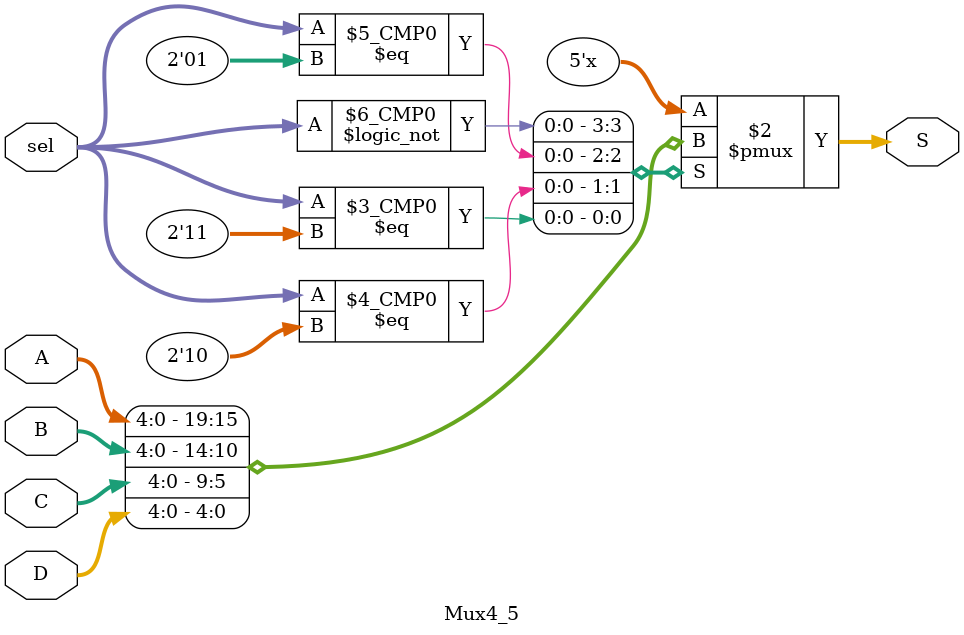
<source format=sv>
module Mux4_5(
	input logic [4:0] A,
	input logic [4:0] B,
	input logic [4:0] C,
	input logic [4:0] D,
	output logic [4:0] S,
	input logic [1:0] sel
);

always
	case(sel)
		3'b00: S = A;
		3'b01: S = B;
		3'b10: S = C;
		3'b11: S = D;
	endcase

endmodule: Mux4_5

</source>
